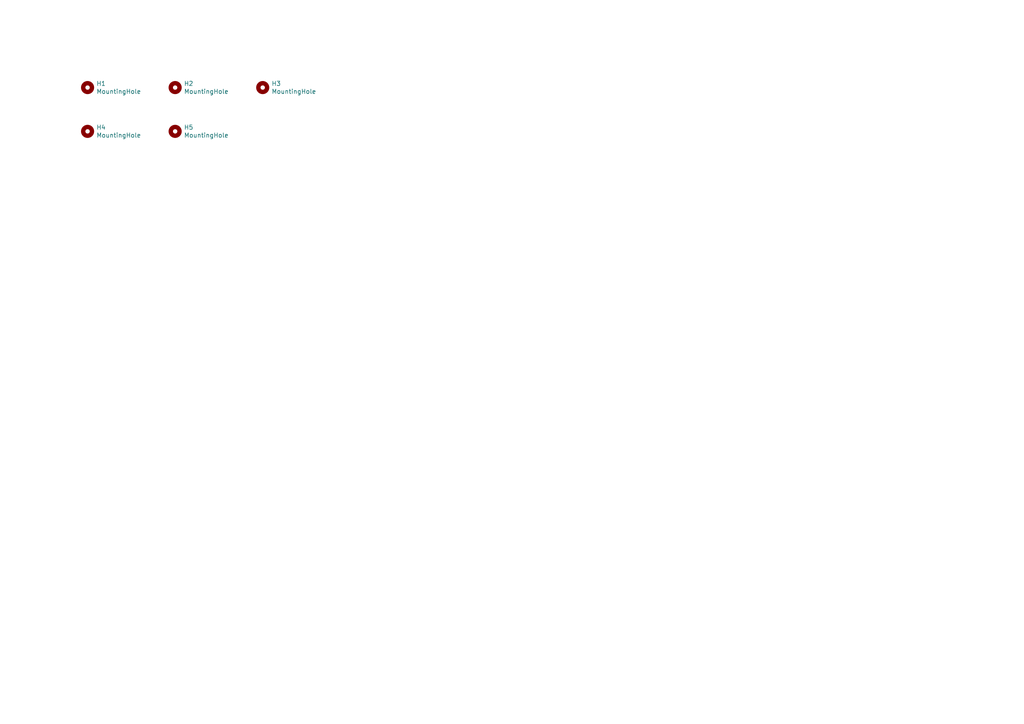
<source format=kicad_sch>
(kicad_sch (version 20211123) (generator eeschema)
  (paper "A4")
  (lib_symbols
    (symbol "Mechanical:MountingHole" (pin_names (offset 1.016))
      (property "Reference" "H" (at 0 5.08 0))
      (property "Value" "MountingHole" (at 0 3.175 0))
      (symbol "MountingHole_0_1"
        (circle (center 0 0) (radius 1.27) (stroke (width 1.27)))
      )
    )
  )
  (symbol (lib_id "Mechanical:MountingHole") (at 25.4 25.4 0) (unit 1)
    (property "Reference" "H1" (at 27.94 24.2316 0) (effects (justify left)))
    (property "Value" "MountingHole" (at 27.94 26.543 0) (effects (justify left)))
    (property "Footprint" "MountingHole:MountingHole_6mm" (effects hide))
  )
  (symbol (lib_id "Mechanical:MountingHole") (at 50.8 25.4 0) (unit 1)
    (property "Reference" "H2" (at 53.34 24.2316 0) (effects (justify left)))
    (property "Value" "MountingHole" (at 53.34 26.543 0) (effects (justify left)))
    (property "Footprint" "MountingHole:MountingHole_6mm" (effects hide))
  )
  (symbol (lib_id "Mechanical:MountingHole") (at 76.2 25.4 0) (unit 1)
    (property "Reference" "H3" (at 78.74 24.2316 0) (effects (justify left)))
    (property "Value" "MountingHole" (at 78.74 26.543 0) (effects (justify left)))
    (property "Footprint" "MountingHole:MountingHole_6mm" (effects hide))
  )
  (symbol (lib_id "Mechanical:MountingHole") (at 25.4 38.1 0) (unit 1)
    (property "Reference" "H4" (at 27.94 36.9316 0) (effects (justify left)))
    (property "Value" "MountingHole" (at 27.94 39.243 0) (effects (justify left)))
    (property "Footprint" "MountingHole:MountingHole_4mm" (effects hide))
  )
  (symbol (lib_id "Mechanical:MountingHole") (at 50.8 38.1 0) (unit 1)
    (property "Reference" "H5" (at 53.34 36.9316 0) (effects (justify left)))
    (property "Value" "MountingHole" (at 53.34 39.243 0) (effects (justify left)))
    (property "Footprint" "MountingHole:MountingHole_4mm" (effects hide))
  )
)
</source>
